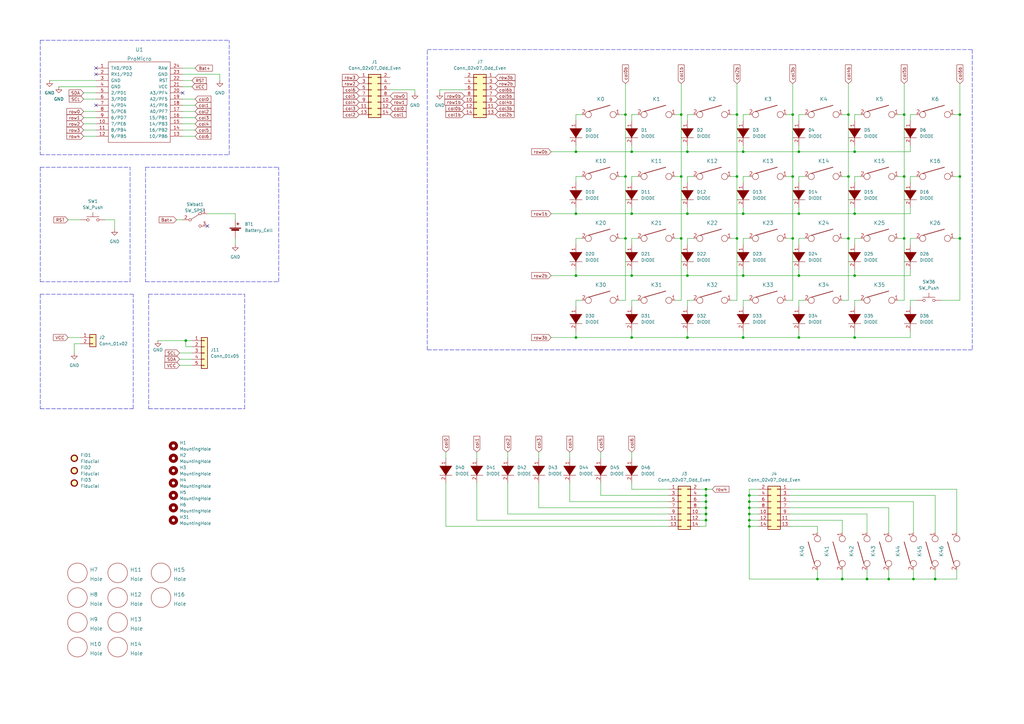
<source format=kicad_sch>
(kicad_sch (version 20211123) (generator eeschema)
  (paper "A3")
  (title_block (title "mykeeb") (rev "see git ;)"))
  (junction (at 307.34 208.28))
  (junction (at 302.26 46.99))
  (junction (at 259.08 87.63))
  (junction (at 325.12 97.79))
  (junction (at 256.54 97.79))
  (junction (at 289.56 213.36))
  (junction (at 76.2 139.7))
  (junction (at 350.52 138.43))
  (junction (at 327.66 138.43))
  (junction (at 281.94 138.43))
  (junction (at 236.22 113.03))
  (junction (at 279.4 97.79))
  (junction (at 307.34 213.36))
  (junction (at 302.26 72.39))
  (junction (at 327.66 62.23))
  (junction (at 350.52 62.23))
  (junction (at 289.56 200.66))
  (junction (at 325.12 46.99))
  (junction (at 370.84 46.99))
  (junction (at 374.65 237.49))
  (junction (at 289.56 208.28))
  (junction (at 279.4 72.39))
  (junction (at 256.54 46.99))
  (junction (at 347.98 46.99))
  (junction (at 304.8 138.43))
  (junction (at 289.56 205.74))
  (junction (at 281.94 87.63))
  (junction (at 325.12 72.39))
  (junction (at 393.7 97.79))
  (junction (at 236.22 138.43))
  (junction (at 281.94 113.03))
  (junction (at 307.34 210.82))
  (junction (at 304.8 62.23))
  (junction (at 347.98 72.39))
  (junction (at 345.44 237.49))
  (junction (at 393.7 46.99))
  (junction (at 304.8 87.63))
  (junction (at 364.49 237.49))
  (junction (at 259.08 113.03))
  (junction (at 259.08 138.43))
  (junction (at 259.08 62.23))
  (junction (at 327.66 87.63))
  (junction (at 335.28 237.49))
  (junction (at 307.34 205.74))
  (junction (at 307.34 203.2))
  (junction (at 370.84 97.79))
  (junction (at 236.22 87.63))
  (junction (at 279.4 46.99))
  (junction (at 307.34 215.9))
  (junction (at 350.52 87.63))
  (junction (at 281.94 62.23))
  (junction (at 304.8 113.03))
  (junction (at 347.98 97.79))
  (junction (at 289.56 203.2))
  (junction (at 355.6 237.49))
  (junction (at 236.22 62.23))
  (junction (at 370.84 72.39))
  (junction (at 256.54 72.39))
  (junction (at 327.66 113.03))
  (junction (at 302.26 97.79))
  (junction (at 350.52 113.03))
  (junction (at 289.56 210.82))
  (junction (at 393.7 72.39))
  (junction (at 383.54 237.49))
  (no_connect (at 39.37 27.94))
  (no_connect (at 39.37 30.48))
  (no_connect (at 85.09 92.71))
  (no_connect (at 39.37 43.18))
  (no_connect (at 74.93 38.1))
  (wire (pts (xy 327.66 72.39) (xy 327.66 74.93)))
  (wire (pts (xy 39.37 50.8) (xy 34.29 50.8)))
  (wire (pts (xy 256.54 72.39) (xy 254 72.39)))
  (wire (pts (xy 90.17 33.02) (xy 90.17 30.48)))
  (wire (pts (xy 281.94 138.43) (xy 304.8 138.43)))
  (wire (pts (xy 375.92 97.79) (xy 373.38 97.79)))
  (wire (pts (xy 261.62 72.39) (xy 259.08 72.39)))
  (wire (pts (xy 370.84 97.79) (xy 370.84 123.19)))
  (wire (pts (xy 24.13 35.56) (xy 39.37 35.56)))
  (wire (pts (xy 304.8 113.03) (xy 304.8 110.49)))
  (wire (pts (xy 170.18 38.1) (xy 170.18 36.83)))
  (wire (pts (xy 287.02 205.74) (xy 289.56 205.74)))
  (wire (pts (xy 302.26 72.39) (xy 302.26 97.79)))
  (wire (pts (xy 353.06 97.79) (xy 350.52 97.79)))
  (wire (pts (xy 284.48 123.19) (xy 281.94 123.19)))
  (wire (pts (xy 350.52 62.23) (xy 373.38 62.23)))
  (wire (pts (xy 373.38 113.03) (xy 373.38 110.49)))
  (wire (pts (xy 281.94 138.43) (xy 281.94 135.89)))
  (wire (pts (xy 327.66 87.63) (xy 350.52 87.63)))
  (wire (pts (xy 307.34 237.49) (xy 335.28 237.49)))
  (wire (pts (xy 274.32 208.28) (xy 220.98 208.28)))
  (wire (pts (xy 236.22 135.89) (xy 236.22 138.43)))
  (wire (pts (xy 259.08 113.03) (xy 281.94 113.03)))
  (wire (pts (xy 393.7 46.99) (xy 391.16 46.99)))
  (wire (pts (xy 327.66 138.43) (xy 350.52 138.43)))
  (polyline (pts (xy 100.33 167.64) (xy 100.33 120.65)))
  (wire (pts (xy 236.22 123.19) (xy 236.22 125.73)))
  (wire (pts (xy 182.88 198.12) (xy 182.88 215.9)))
  (wire (pts (xy 289.56 208.28) (xy 289.56 210.82)))
  (wire (pts (xy 74.93 35.56) (xy 78.74 35.56)))
  (wire (pts (xy 393.7 97.79) (xy 391.16 97.79)))
  (wire (pts (xy 261.62 123.19) (xy 259.08 123.19)))
  (wire (pts (xy 347.98 72.39) (xy 347.98 97.79)))
  (wire (pts (xy 304.8 62.23) (xy 304.8 59.69)))
  (polyline (pts (xy 59.69 115.57) (xy 114.3 115.57)))
  (wire (pts (xy 236.22 59.69) (xy 236.22 62.23)))
  (wire (pts (xy 374.65 205.74) (xy 374.65 218.44)))
  (wire (pts (xy 284.48 97.79) (xy 281.94 97.79)))
  (wire (pts (xy 236.22 113.03) (xy 259.08 113.03)))
  (wire (pts (xy 347.98 46.99) (xy 347.98 72.39)))
  (wire (pts (xy 347.98 72.39) (xy 345.44 72.39)))
  (wire (pts (xy 364.49 208.28) (xy 364.49 218.44)))
  (wire (pts (xy 307.34 123.19) (xy 304.8 123.19)))
  (wire (pts (xy 353.06 72.39) (xy 350.52 72.39)))
  (wire (pts (xy 27.94 90.17) (xy 33.02 90.17)))
  (wire (pts (xy 392.43 200.66) (xy 392.43 218.44)))
  (wire (pts (xy 289.56 215.9) (xy 289.56 213.36)))
  (wire (pts (xy 350.52 87.63) (xy 350.52 85.09)))
  (wire (pts (xy 323.85 200.66) (xy 392.43 200.66)))
  (wire (pts (xy 370.84 46.99) (xy 368.3 46.99)))
  (polyline (pts (xy 398.78 143.51) (xy 175.26 143.51)))
  (wire (pts (xy 302.26 97.79) (xy 299.72 97.79)))
  (polyline (pts (xy 114.3 115.57) (xy 114.3 68.58)))
  (wire (pts (xy 307.34 46.99) (xy 304.8 46.99)))
  (wire (pts (xy 281.94 72.39) (xy 281.94 74.93)))
  (wire (pts (xy 180.34 36.83) (xy 190.5 36.83)))
  (wire (pts (xy 236.22 85.09) (xy 236.22 87.63)))
  (wire (pts (xy 304.8 46.99) (xy 304.8 49.53)))
  (wire (pts (xy 307.34 208.28) (xy 311.15 208.28)))
  (polyline (pts (xy 175.26 20.32) (xy 398.78 20.32)))
  (wire (pts (xy 236.22 87.63) (xy 226.06 87.63)))
  (wire (pts (xy 304.8 113.03) (xy 327.66 113.03)))
  (polyline (pts (xy 16.51 63.5) (xy 93.98 63.5)))
  (wire (pts (xy 236.22 110.49) (xy 236.22 113.03)))
  (wire (pts (xy 289.56 200.66) (xy 292.1 200.66)))
  (wire (pts (xy 74.93 53.34) (xy 80.01 53.34)))
  (wire (pts (xy 323.85 213.36) (xy 345.44 213.36)))
  (wire (pts (xy 355.6 233.68) (xy 355.6 237.49)))
  (wire (pts (xy 259.08 123.19) (xy 259.08 125.73)))
  (wire (pts (xy 76.2 139.7) (xy 78.74 139.7)))
  (wire (pts (xy 347.98 97.79) (xy 345.44 97.79)))
  (wire (pts (xy 259.08 113.03) (xy 259.08 110.49)))
  (wire (pts (xy 256.54 123.19) (xy 254 123.19)))
  (wire (pts (xy 220.98 198.12) (xy 220.98 208.28)))
  (polyline (pts (xy 60.96 167.64) (xy 100.33 167.64)))
  (polyline (pts (xy 93.98 63.5) (xy 93.98 16.51)))
  (wire (pts (xy 236.22 138.43) (xy 226.06 138.43)))
  (wire (pts (xy 307.34 203.2) (xy 311.15 203.2)))
  (wire (pts (xy 375.92 72.39) (xy 373.38 72.39)))
  (wire (pts (xy 304.8 62.23) (xy 327.66 62.23)))
  (wire (pts (xy 323.85 210.82) (xy 355.6 210.82)))
  (wire (pts (xy 289.56 203.2) (xy 289.56 200.66)))
  (wire (pts (xy 236.22 87.63) (xy 259.08 87.63)))
  (polyline (pts (xy 60.96 120.65) (xy 60.96 167.64)))
  (wire (pts (xy 370.84 46.99) (xy 370.84 72.39)))
  (wire (pts (xy 302.26 46.99) (xy 302.26 72.39)))
  (polyline (pts (xy 16.51 167.64) (xy 54.61 167.64)))
  (wire (pts (xy 325.12 46.99) (xy 322.58 46.99)))
  (wire (pts (xy 374.65 237.49) (xy 383.54 237.49)))
  (wire (pts (xy 307.34 72.39) (xy 304.8 72.39)))
  (wire (pts (xy 383.54 233.68) (xy 383.54 237.49)))
  (wire (pts (xy 279.4 72.39) (xy 279.4 97.79)))
  (wire (pts (xy 96.52 87.63) (xy 96.52 90.17)))
  (wire (pts (xy 370.84 34.29) (xy 370.84 46.99)))
  (wire (pts (xy 236.22 113.03) (xy 226.06 113.03)))
  (wire (pts (xy 327.66 97.79) (xy 327.66 100.33)))
  (wire (pts (xy 220.98 187.96) (xy 220.98 185.42)))
  (wire (pts (xy 74.93 33.02) (xy 78.74 33.02)))
  (wire (pts (xy 279.4 97.79) (xy 276.86 97.79)))
  (wire (pts (xy 274.32 215.9) (xy 182.88 215.9)))
  (wire (pts (xy 208.28 198.12) (xy 208.28 210.82)))
  (wire (pts (xy 281.94 62.23) (xy 304.8 62.23)))
  (wire (pts (xy 73.66 149.86) (xy 78.74 149.86)))
  (wire (pts (xy 287.02 213.36) (xy 289.56 213.36)))
  (wire (pts (xy 195.58 198.12) (xy 195.58 213.36)))
  (wire (pts (xy 302.26 97.79) (xy 302.26 123.19)))
  (wire (pts (xy 259.08 198.12) (xy 259.08 200.66)))
  (wire (pts (xy 287.02 210.82) (xy 289.56 210.82)))
  (wire (pts (xy 64.77 139.7) (xy 76.2 139.7)))
  (wire (pts (xy 85.09 87.63) (xy 96.52 87.63)))
  (wire (pts (xy 304.8 123.19) (xy 304.8 125.73)))
  (wire (pts (xy 287.02 200.66) (xy 289.56 200.66)))
  (wire (pts (xy 256.54 97.79) (xy 256.54 123.19)))
  (wire (pts (xy 370.84 72.39) (xy 368.3 72.39)))
  (wire (pts (xy 284.48 46.99) (xy 281.94 46.99)))
  (wire (pts (xy 74.93 27.94) (xy 80.01 27.94)))
  (wire (pts (xy 261.62 46.99) (xy 259.08 46.99)))
  (wire (pts (xy 259.08 200.66) (xy 274.32 200.66)))
  (wire (pts (xy 355.6 210.82) (xy 355.6 218.44)))
  (wire (pts (xy 74.93 45.72) (xy 80.01 45.72)))
  (wire (pts (xy 373.38 87.63) (xy 373.38 85.09)))
  (wire (pts (xy 20.32 33.02) (xy 39.37 33.02)))
  (wire (pts (xy 259.08 138.43) (xy 259.08 135.89)))
  (wire (pts (xy 182.88 187.96) (xy 182.88 185.42)))
  (wire (pts (xy 195.58 213.36) (xy 274.32 213.36)))
  (wire (pts (xy 281.94 87.63) (xy 304.8 87.63)))
  (wire (pts (xy 46.99 90.17) (xy 46.99 93.98)))
  (wire (pts (xy 347.98 34.29) (xy 347.98 46.99)))
  (wire (pts (xy 39.37 45.72) (xy 34.29 45.72)))
  (wire (pts (xy 323.85 205.74) (xy 374.65 205.74)))
  (wire (pts (xy 34.29 38.1) (xy 39.37 38.1)))
  (wire (pts (xy 274.32 210.82) (xy 208.28 210.82)))
  (wire (pts (xy 281.94 113.03) (xy 304.8 113.03)))
  (wire (pts (xy 246.38 198.12) (xy 246.38 203.2)))
  (wire (pts (xy 350.52 46.99) (xy 350.52 49.53)))
  (wire (pts (xy 74.93 55.88) (xy 80.01 55.88)))
  (wire (pts (xy 350.52 123.19) (xy 350.52 125.73)))
  (wire (pts (xy 325.12 72.39) (xy 325.12 97.79)))
  (wire (pts (xy 259.08 46.99) (xy 259.08 49.53)))
  (wire (pts (xy 307.34 203.2) (xy 307.34 205.74)))
  (wire (pts (xy 34.29 40.64) (xy 39.37 40.64)))
  (wire (pts (xy 307.34 97.79) (xy 304.8 97.79)))
  (wire (pts (xy 307.34 213.36) (xy 311.15 213.36)))
  (polyline (pts (xy 16.51 68.58) (xy 53.34 68.58)))
  (wire (pts (xy 302.26 34.29) (xy 302.26 46.99)))
  (wire (pts (xy 330.2 123.19) (xy 327.66 123.19)))
  (wire (pts (xy 259.08 187.96) (xy 259.08 185.42)))
  (wire (pts (xy 256.54 46.99) (xy 254 46.99)))
  (wire (pts (xy 393.7 97.79) (xy 393.7 123.19)))
  (polyline (pts (xy 16.51 16.51) (xy 93.98 16.51)))
  (wire (pts (xy 78.74 142.24) (xy 76.2 142.24)))
  (polyline (pts (xy 59.69 68.58) (xy 114.3 68.58)))
  (polyline (pts (xy 16.51 68.58) (xy 16.51 115.57)))
  (wire (pts (xy 73.66 144.78) (xy 78.74 144.78)))
  (wire (pts (xy 27.94 138.43) (xy 33.02 138.43)))
  (wire (pts (xy 392.43 237.49) (xy 392.43 233.68)))
  (wire (pts (xy 287.02 215.9) (xy 289.56 215.9)))
  (wire (pts (xy 383.54 203.2) (xy 383.54 218.44)))
  (wire (pts (xy 350.52 72.39) (xy 350.52 74.93)))
  (polyline (pts (xy 60.96 120.65) (xy 100.33 120.65)))
  (wire (pts (xy 375.92 46.99) (xy 373.38 46.99)))
  (wire (pts (xy 393.7 46.99) (xy 393.7 72.39)))
  (wire (pts (xy 39.37 53.34) (xy 34.29 53.34)))
  (wire (pts (xy 246.38 187.96) (xy 246.38 185.42)))
  (wire (pts (xy 327.66 113.03) (xy 350.52 113.03)))
  (wire (pts (xy 307.34 200.66) (xy 307.34 203.2)))
  (polyline (pts (xy 53.34 115.57) (xy 53.34 68.58)))
  (wire (pts (xy 373.38 138.43) (xy 373.38 135.89)))
  (wire (pts (xy 30.48 140.97) (xy 33.02 140.97)))
  (wire (pts (xy 350.52 87.63) (xy 373.38 87.63)))
  (wire (pts (xy 353.06 123.19) (xy 350.52 123.19)))
  (wire (pts (xy 238.76 72.39) (xy 236.22 72.39)))
  (wire (pts (xy 327.66 123.19) (xy 327.66 125.73)))
  (wire (pts (xy 323.85 203.2) (xy 383.54 203.2)))
  (wire (pts (xy 375.92 123.19) (xy 373.38 123.19)))
  (wire (pts (xy 72.39 90.17) (xy 74.93 90.17)))
  (wire (pts (xy 281.94 123.19) (xy 281.94 125.73)))
  (wire (pts (xy 327.66 62.23) (xy 327.66 59.69)))
  (wire (pts (xy 256.54 97.79) (xy 254 97.79)))
  (wire (pts (xy 307.34 205.74) (xy 311.15 205.74)))
  (wire (pts (xy 304.8 138.43) (xy 327.66 138.43)))
  (wire (pts (xy 74.93 50.8) (xy 80.01 50.8)))
  (wire (pts (xy 304.8 87.63) (xy 327.66 87.63)))
  (wire (pts (xy 302.26 123.19) (xy 299.72 123.19)))
  (wire (pts (xy 233.68 198.12) (xy 233.68 205.74)))
  (wire (pts (xy 311.15 200.66) (xy 307.34 200.66)))
  (wire (pts (xy 347.98 123.19) (xy 345.44 123.19)))
  (wire (pts (xy 304.8 87.63) (xy 304.8 85.09)))
  (wire (pts (xy 259.08 87.63) (xy 259.08 85.09)))
  (wire (pts (xy 325.12 72.39) (xy 322.58 72.39)))
  (wire (pts (xy 364.49 233.68) (xy 364.49 237.49)))
  (wire (pts (xy 373.38 62.23) (xy 373.38 59.69)))
  (wire (pts (xy 347.98 46.99) (xy 345.44 46.99)))
  (wire (pts (xy 355.6 237.49) (xy 364.49 237.49)))
  (wire (pts (xy 256.54 72.39) (xy 256.54 97.79)))
  (wire (pts (xy 373.38 46.99) (xy 373.38 49.53)))
  (wire (pts (xy 364.49 237.49) (xy 374.65 237.49)))
  (wire (pts (xy 259.08 87.63) (xy 281.94 87.63)))
  (wire (pts (xy 350.52 62.23) (xy 350.52 59.69)))
  (wire (pts (xy 74.93 48.26) (xy 80.01 48.26)))
  (wire (pts (xy 259.08 62.23) (xy 259.08 59.69)))
  (wire (pts (xy 386.08 123.19) (xy 393.7 123.19)))
  (polyline (pts (xy 175.26 143.51) (xy 175.26 20.32)))
  (wire (pts (xy 279.4 34.29) (xy 279.4 46.99)))
  (wire (pts (xy 39.37 55.88) (xy 34.29 55.88)))
  (wire (pts (xy 238.76 123.19) (xy 236.22 123.19)))
  (wire (pts (xy 335.28 233.68) (xy 335.28 237.49)))
  (wire (pts (xy 76.2 142.24) (xy 76.2 139.7)))
  (wire (pts (xy 307.34 205.74) (xy 307.34 208.28)))
  (wire (pts (xy 256.54 46.99) (xy 256.54 72.39)))
  (polyline (pts (xy 16.51 120.65) (xy 54.61 120.65)))
  (wire (pts (xy 353.06 46.99) (xy 350.52 46.99)))
  (wire (pts (xy 323.85 215.9) (xy 335.28 215.9)))
  (wire (pts (xy 236.22 46.99) (xy 236.22 49.53)))
  (wire (pts (xy 236.22 72.39) (xy 236.22 74.93)))
  (wire (pts (xy 180.34 38.1) (xy 180.34 36.83)))
  (wire (pts (xy 281.94 46.99) (xy 281.94 49.53)))
  (wire (pts (xy 284.48 72.39) (xy 281.94 72.39)))
  (wire (pts (xy 345.44 233.68) (xy 345.44 237.49)))
  (wire (pts (xy 261.62 97.79) (xy 259.08 97.79)))
  (polyline (pts (xy 59.69 68.58) (xy 59.69 115.57)))
  (wire (pts (xy 259.08 72.39) (xy 259.08 74.93)))
  (polyline (pts (xy 16.51 16.51) (xy 16.51 63.5)))
  (wire (pts (xy 370.84 97.79) (xy 368.3 97.79)))
  (wire (pts (xy 281.94 87.63) (xy 281.94 85.09)))
  (wire (pts (xy 393.7 72.39) (xy 391.16 72.39)))
  (wire (pts (xy 325.12 97.79) (xy 322.58 97.79)))
  (wire (pts (xy 236.22 62.23) (xy 259.08 62.23)))
  (wire (pts (xy 325.12 97.79) (xy 325.12 123.19)))
  (wire (pts (xy 350.52 113.03) (xy 373.38 113.03)))
  (wire (pts (xy 335.28 215.9) (xy 335.28 218.44)))
  (wire (pts (xy 256.54 34.29) (xy 256.54 46.99)))
  (wire (pts (xy 307.34 215.9) (xy 311.15 215.9)))
  (wire (pts (xy 302.26 46.99) (xy 299.72 46.99)))
  (wire (pts (xy 302.26 72.39) (xy 299.72 72.39)))
  (wire (pts (xy 74.93 43.18) (xy 80.01 43.18)))
  (wire (pts (xy 304.8 97.79) (xy 304.8 100.33)))
  (wire (pts (xy 274.32 205.74) (xy 233.68 205.74)))
  (wire (pts (xy 350.52 138.43) (xy 373.38 138.43)))
  (polyline (pts (xy 54.61 167.64) (xy 54.61 120.65)))
  (wire (pts (xy 327.66 46.99) (xy 327.66 49.53)))
  (wire (pts (xy 373.38 97.79) (xy 373.38 100.33)))
  (wire (pts (xy 393.7 72.39) (xy 393.7 97.79)))
  (wire (pts (xy 236.22 97.79) (xy 236.22 100.33)))
  (wire (pts (xy 279.4 46.99) (xy 279.4 72.39)))
  (wire (pts (xy 279.4 97.79) (xy 279.4 123.19)))
  (wire (pts (xy 289.56 208.28) (xy 289.56 205.74)))
  (wire (pts (xy 383.54 237.49) (xy 392.43 237.49)))
  (wire (pts (xy 323.85 208.28) (xy 364.49 208.28)))
  (wire (pts (xy 259.08 97.79) (xy 259.08 100.33)))
  (wire (pts (xy 307.34 210.82) (xy 307.34 213.36)))
  (wire (pts (xy 307.34 215.9) (xy 307.34 237.49)))
  (wire (pts (xy 289.56 213.36) (xy 289.56 210.82)))
  (wire (pts (xy 327.66 113.03) (xy 327.66 110.49)))
  (wire (pts (xy 327.66 87.63) (xy 327.66 85.09)))
  (wire (pts (xy 195.58 187.96) (xy 195.58 185.42)))
  (wire (pts (xy 281.94 113.03) (xy 281.94 110.49)))
  (wire (pts (xy 373.38 123.19) (xy 373.38 125.73)))
  (wire (pts (xy 327.66 138.43) (xy 327.66 135.89)))
  (wire (pts (xy 236.22 62.23) (xy 226.06 62.23)))
  (polyline (pts (xy 16.51 115.57) (xy 53.34 115.57)))
  (wire (pts (xy 373.38 72.39) (xy 373.38 74.93)))
  (wire (pts (xy 74.93 40.64) (xy 80.01 40.64)))
  (wire (pts (xy 274.32 203.2) (xy 246.38 203.2)))
  (wire (pts (xy 335.28 237.49) (xy 345.44 237.49)))
  (wire (pts (xy 279.4 123.19) (xy 276.86 123.19)))
  (wire (pts (xy 325.12 46.99) (xy 325.12 72.39)))
  (wire (pts (xy 325.12 34.29) (xy 325.12 46.99)))
  (wire (pts (xy 43.18 90.17) (xy 46.99 90.17)))
  (wire (pts (xy 259.08 138.43) (xy 281.94 138.43)))
  (wire (pts (xy 350.52 113.03) (xy 350.52 110.49)))
  (wire (pts (xy 307.34 208.28) (xy 307.34 210.82)))
  (wire (pts (xy 345.44 237.49) (xy 355.6 237.49)))
  (wire (pts (xy 73.66 147.32) (xy 78.74 147.32)))
  (wire (pts (xy 327.66 62.23) (xy 350.52 62.23)))
  (wire (pts (xy 170.18 36.83) (xy 160.02 36.83)))
  (wire (pts (xy 238.76 97.79) (xy 236.22 97.79)))
  (wire (pts (xy 393.7 34.29) (xy 393.7 46.99)))
  (wire (pts (xy 236.22 138.43) (xy 259.08 138.43)))
  (wire (pts (xy 279.4 72.39) (xy 276.86 72.39)))
  (wire (pts (xy 370.84 123.19) (xy 368.3 123.19)))
  (wire (pts (xy 330.2 97.79) (xy 327.66 97.79)))
  (wire (pts (xy 259.08 62.23) (xy 281.94 62.23)))
  (wire (pts (xy 347.98 97.79) (xy 347.98 123.19)))
  (wire (pts (xy 96.52 100.33) (xy 96.52 97.79)))
  (wire (pts (xy 325.12 123.19) (xy 322.58 123.19)))
  (wire (pts (xy 350.52 138.43) (xy 350.52 135.89)))
  (wire (pts (xy 330.2 46.99) (xy 327.66 46.99)))
  (wire (pts (xy 330.2 72.39) (xy 327.66 72.39)))
  (wire (pts (xy 287.02 203.2) (xy 289.56 203.2)))
  (wire (pts (xy 287.02 208.28) (xy 289.56 208.28)))
  (wire (pts (xy 345.44 213.36) (xy 345.44 218.44)))
  (wire (pts (xy 208.28 187.96) (xy 208.28 185.42)))
  (wire (pts (xy 74.93 30.48) (xy 90.17 30.48)))
  (wire (pts (xy 30.48 144.78) (xy 30.48 140.97)))
  (wire (pts (xy 279.4 46.99) (xy 276.86 46.99)))
  (polyline (pts (xy 398.78 20.32) (xy 398.78 143.51)))
  (wire (pts (xy 307.34 210.82) (xy 311.15 210.82)))
  (wire (pts (xy 304.8 138.43) (xy 304.8 135.89)))
  (wire (pts (xy 281.94 97.79) (xy 281.94 100.33)))
  (wire (pts (xy 307.34 213.36) (xy 307.34 215.9)))
  (wire (pts (xy 39.37 48.26) (xy 34.29 48.26)))
  (wire (pts (xy 370.84 72.39) (xy 370.84 97.79)))
  (polyline (pts (xy 16.51 120.65) (xy 16.51 167.64)))
  (wire (pts (xy 374.65 233.68) (xy 374.65 237.49)))
  (wire (pts (xy 304.8 72.39) (xy 304.8 74.93)))
  (wire (pts (xy 281.94 62.23) (xy 281.94 59.69)))
  (wire (pts (xy 289.56 205.74) (xy 289.56 203.2)))
  (wire (pts (xy 238.76 46.99) (xy 236.22 46.99)))
  (wire (pts (xy 350.52 97.79) (xy 350.52 100.33)))
  (wire (pts (xy 233.68 187.96) (xy 233.68 185.42)))
  (global_label "Bat+" (shape input) (at 72.39 90.17 180) (property "Referenzen zwischen Schaltplänen" "${INTERSHEET_REFS}" (effects hide)))
  (global_label "row1b" (shape input) (at 226.06 87.63 180) (property "Referenzen zwischen Schaltplänen" "${INTERSHEET_REFS}" (effects hide)))
  (global_label "col3" (shape input) (at 80.01 48.26 0) (property "Referenzen zwischen Schaltplänen" "${INTERSHEET_REFS}" (effects hide)))
  (global_label "col5b" (shape input) (at 203.2 39.37 0) (property "Referenzen zwischen Schaltplänen" "${INTERSHEET_REFS}" (effects hide)))
  (global_label "row4" (shape input) (at 34.29 55.88 180) (property "Referenzen zwischen Schaltplänen" "${INTERSHEET_REFS}" (effects hide)))
  (global_label "RST" (shape input) (at 78.74 33.02 0) (property "Referenzen zwischen Schaltplänen" "${INTERSHEET_REFS}" (effects hide)))
  (global_label "col6" (shape input) (at 259.08 185.42 90) (property "Referenzen zwischen Schaltplänen" "${INTERSHEET_REFS}" (effects hide)))
  (global_label "row2b" (shape input) (at 203.2 34.29 0) (property "Referenzen zwischen Schaltplänen" "${INTERSHEET_REFS}" (effects hide)))
  (global_label "VCC" (shape input) (at 73.66 149.86 180) (property "Referenzen zwischen Schaltplänen" "${INTERSHEET_REFS}" (effects hide)))
  (global_label "col1" (shape input) (at 80.01 43.18 0) (property "Referenzen zwischen Schaltplänen" "${INTERSHEET_REFS}" (effects hide)))
  (global_label "row1b" (shape input) (at 190.5 41.91 180) (property "Referenzen zwischen Schaltplänen" "${INTERSHEET_REFS}" (effects hide)))
  (global_label "row2" (shape input) (at 34.29 50.8 180) (property "Referenzen zwischen Schaltplänen" "${INTERSHEET_REFS}" (effects hide)))
  (global_label "col5" (shape input) (at 80.01 53.34 0) (property "Referenzen zwischen Schaltplänen" "${INTERSHEET_REFS}" (effects hide)))
  (global_label "col6" (shape input) (at 147.32 36.83 180) (property "Referenzen zwischen Schaltplänen" "${INTERSHEET_REFS}" (effects hide)))
  (global_label "col2" (shape input) (at 208.28 185.42 90) (property "Referenzen zwischen Schaltplänen" "${INTERSHEET_REFS}" (effects hide)))
  (global_label "row4" (shape input) (at 292.1 200.66 0) (property "Referenzen zwischen Schaltplänen" "${INTERSHEET_REFS}" (effects hide)))
  (global_label "row1" (shape input) (at 160.02 41.91 0) (property "Referenzen zwischen Schaltplänen" "${INTERSHEET_REFS}" (effects hide)))
  (global_label "row0b" (shape input) (at 190.5 39.37 180) (property "Referenzen zwischen Schaltplänen" "${INTERSHEET_REFS}" (effects hide)))
  (global_label "col0" (shape input) (at 160.02 44.45 0) (property "Referenzen zwischen Schaltplänen" "${INTERSHEET_REFS}" (effects hide)))
  (global_label "col0b" (shape input) (at 256.54 34.29 90) (property "Referenzen zwischen Schaltplänen" "${INTERSHEET_REFS}" (effects hide)))
  (global_label "col1" (shape input) (at 195.58 185.42 90) (property "Referenzen zwischen Schaltplänen" "${INTERSHEET_REFS}" (effects hide)))
  (global_label "col3b" (shape input) (at 325.12 34.29 90) (property "Referenzen zwischen Schaltplänen" "${INTERSHEET_REFS}" (effects hide)))
  (global_label "col5" (shape input) (at 147.32 39.37 180) (property "Referenzen zwischen Schaltplänen" "${INTERSHEET_REFS}" (effects hide)))
  (global_label "col1b" (shape input) (at 279.4 34.29 90) (property "Referenzen zwischen Schaltplänen" "${INTERSHEET_REFS}" (effects hide)))
  (global_label "col0" (shape input) (at 182.88 185.42 90) (property "Referenzen zwischen Schaltplänen" "${INTERSHEET_REFS}" (effects hide)))
  (global_label "col2b" (shape input) (at 302.26 34.29 90) (property "Referenzen zwischen Schaltplänen" "${INTERSHEET_REFS}" (effects hide)))
  (global_label "row3b" (shape input) (at 203.2 31.75 0) (property "Referenzen zwischen Schaltplänen" "${INTERSHEET_REFS}" (effects hide)))
  (global_label "col1" (shape input) (at 160.02 46.99 0) (property "Referenzen zwischen Schaltplänen" "${INTERSHEET_REFS}" (effects hide)))
  (global_label "SCL" (shape input) (at 73.66 144.78 180) (property "Referenzen zwischen Schaltplänen" "${INTERSHEET_REFS}" (effects hide)))
  (global_label "row3" (shape input) (at 147.32 31.75 180) (property "Referenzen zwischen Schaltplänen" "${INTERSHEET_REFS}" (effects hide)))
  (global_label "col6" (shape input) (at 80.01 55.88 0) (property "Referenzen zwischen Schaltplänen" "${INTERSHEET_REFS}" (effects hide)))
  (global_label "SDA" (shape input) (at 73.66 147.32 180) (property "Referenzen zwischen Schaltplänen" "${INTERSHEET_REFS}" (effects hide)))
  (global_label "col6b" (shape input) (at 393.7 34.29 90) (property "Referenzen zwischen Schaltplänen" "${INTERSHEET_REFS}" (effects hide)))
  (global_label "row3" (shape input) (at 34.29 53.34 180) (property "Referenzen zwischen Schaltplänen" "${INTERSHEET_REFS}" (effects hide)))
  (global_label "row1" (shape input) (at 34.29 48.26 180) (property "Referenzen zwischen Schaltplänen" "${INTERSHEET_REFS}" (effects hide)))
  (global_label "row2" (shape input) (at 147.32 34.29 180) (property "Referenzen zwischen Schaltplänen" "${INTERSHEET_REFS}" (effects hide)))
  (global_label "col0b" (shape input) (at 190.5 44.45 180) (property "Referenzen zwischen Schaltplänen" "${INTERSHEET_REFS}" (effects hide)))
  (global_label "col3" (shape input) (at 147.32 44.45 180) (property "Referenzen zwischen Schaltplänen" "${INTERSHEET_REFS}" (effects hide)))
  (global_label "col4b" (shape input) (at 203.2 41.91 0) (property "Referenzen zwischen Schaltplänen" "${INTERSHEET_REFS}" (effects hide)))
  (global_label "col3" (shape input) (at 220.98 185.42 90) (property "Referenzen zwischen Schaltplänen" "${INTERSHEET_REFS}" (effects hide)))
  (global_label "SCL" (shape input) (at 34.29 40.64 180) (property "Referenzen zwischen Schaltplänen" "${INTERSHEET_REFS}" (effects hide)))
  (global_label "col0" (shape input) (at 80.01 40.64 0) (property "Referenzen zwischen Schaltplänen" "${INTERSHEET_REFS}" (effects hide)))
  (global_label "row0" (shape input) (at 34.29 45.72 180) (property "Referenzen zwischen Schaltplänen" "${INTERSHEET_REFS}" (effects hide)))
  (global_label "VCC" (shape input) (at 27.94 138.43 180) (property "Referenzen zwischen Schaltplänen" "${INTERSHEET_REFS}" (effects hide)))
  (global_label "col2b" (shape input) (at 203.2 46.99 0) (property "Referenzen zwischen Schaltplänen" "${INTERSHEET_REFS}" (effects hide)))
  (global_label "Bat+" (shape input) (at 80.01 27.94 0) (property "Referenzen zwischen Schaltplänen" "${INTERSHEET_REFS}" (effects hide)))
  (global_label "col5b" (shape input) (at 370.84 34.29 90) (property "Referenzen zwischen Schaltplänen" "${INTERSHEET_REFS}" (effects hide)))
  (global_label "RST" (shape input) (at 27.94 90.17 180) (property "Referenzen zwischen Schaltplänen" "${INTERSHEET_REFS}" (effects hide)))
  (global_label "col6b" (shape input) (at 203.2 36.83 0) (property "Referenzen zwischen Schaltplänen" "${INTERSHEET_REFS}" (effects hide)))
  (global_label "col4b" (shape input) (at 347.98 34.29 90) (property "Referenzen zwischen Schaltplänen" "${INTERSHEET_REFS}" (effects hide)))
  (global_label "row2b" (shape input) (at 226.06 113.03 180) (property "Referenzen zwischen Schaltplänen" "${INTERSHEET_REFS}" (effects hide)))
  (global_label "col4" (shape input) (at 233.68 185.42 90) (property "Referenzen zwischen Schaltplänen" "${INTERSHEET_REFS}" (effects hide)))
  (global_label "col4" (shape input) (at 80.01 50.8 0) (property "Referenzen zwischen Schaltplänen" "${INTERSHEET_REFS}" (effects hide)))
  (global_label "SDA" (shape input) (at 34.29 38.1 180) (property "Referenzen zwischen Schaltplänen" "${INTERSHEET_REFS}" (effects hide)))
  (global_label "col4" (shape input) (at 147.32 41.91 180) (property "Referenzen zwischen Schaltplänen" "${INTERSHEET_REFS}" (effects hide)))
  (global_label "VCC" (shape input) (at 78.74 35.56 0) (property "Referenzen zwischen Schaltplänen" "${INTERSHEET_REFS}" (effects hide)))
  (global_label "row0b" (shape input) (at 226.06 62.23 180) (property "Referenzen zwischen Schaltplänen" "${INTERSHEET_REFS}" (effects hide)))
  (global_label "col3b" (shape input) (at 203.2 44.45 0) (property "Referenzen zwischen Schaltplänen" "${INTERSHEET_REFS}" (effects hide)))
  (global_label "row0" (shape input) (at 160.02 39.37 0) (property "Referenzen zwischen Schaltplänen" "${INTERSHEET_REFS}" (effects hide)))
  (global_label "col2" (shape input) (at 80.01 45.72 0) (property "Referenzen zwischen Schaltplänen" "${INTERSHEET_REFS}" (effects hide)))
  (global_label "col1b" (shape input) (at 190.5 46.99 180) (property "Referenzen zwischen Schaltplänen" "${INTERSHEET_REFS}" (effects hide)))
  (global_label "col5" (shape input) (at 246.38 185.42 90) (property "Referenzen zwischen Schaltplänen" "${INTERSHEET_REFS}" (effects hide)))
  (global_label "row3b" (shape input) (at 226.06 138.43 180) (property "Referenzen zwischen Schaltplänen" "${INTERSHEET_REFS}" (effects hide)))
  (global_label "col2" (shape input) (at 147.32 46.99 180) (property "Referenzen zwischen Schaltplänen" "${INTERSHEET_REFS}" (effects hide)))
  (symbol (lib_id "pspice:DIODE") (at 304.8 80.01 270) (unit 1)
    (property "Reference" "D13" (at 308.61 78.7399 90) (effects (justify left)))
    (property "Value" "DIODE" (at 308.61 81.2799 90) (effects (justify left)))
    (property "Footprint" "mykeeb:my_dual_D_SOD123F_v2" (effects hide))
  )
  (symbol (lib_id "pspice:DIODE") (at 259.08 54.61 270) (unit 1)
    (property "Reference" "D1" (at 262.89 53.3399 90) (effects (justify left)))
    (property "Value" "DIODE" (at 262.89 55.8799 90) (effects (justify left)))
    (property "Footprint" "mykeeb:my_dual_D_SOD123F_v2" (effects hide))
  )
  (symbol (lib_id "pspice:DIODE") (at 259.08 193.04 270) (unit 1)
    (property "Reference" "D46" (at 262.89 191.7699 90) (effects (justify left)))
    (property "Value" "DIODE" (at 262.89 194.3099 90) (effects (justify left)))
    (property "Footprint" "mykeeb:my_dual_D_SOD123F_v2b" (effects hide))
  )
  (symbol (lib_id "pspice:DIODE") (at 350.52 130.81 270) (unit 1)
    (property "Reference" "D35" (at 354.33 129.5399 90) (effects (justify left)))
    (property "Value" "DIODE" (at 354.33 132.0799 90) (effects (justify left)))
    (property "Footprint" "mykeeb:my_dual_D_SOD123F_v2" (effects hide))
  )
  (symbol (lib_id "power:GND") (at 20.32 33.02 0) (unit 1)
    (property "Reference" "#PWR0102" (effects hide))
    (property "Value" "GND" (at 20.32 38.1 0))
  )
  (symbol (lib_id "keebio:Hole") (at 48.26 234.95 0) (unit 1)
    (property "Reference" "H11" (at 53.34 233.68 0) (effects (font (size 1.524 1.524)) (justify left)))
    (property "Value" "Hole" (at 53.34 237.49 0) (effects (font (size 1.524 1.524)) (justify left)))
    (property "Footprint" "mykeeb:breakaway" (effects hide))
  )
  (symbol (lib_id "Connector_Generic:Conn_02x07_Odd_Even") (at 198.12 39.37 0) (mirror y) (unit 1)
    (property "Reference" "J7" (at 196.85 25.4 0))
    (property "Value" "Conn_02x07_Odd_Even" (at 196.85 27.94 0))
    (property "Footprint" "Connector_PinHeader_2.54mm:PinHeader_2x07_P2.54mm_Vertical" (effects hide))
  )
  (symbol (lib_id "keyboard_parts:KEYSW") (at 360.68 123.19 0) (unit 1)
    (property "Reference" "K35" (at 360.68 116.84 0) (effects (font (size 1.524 1.524))))
    (property "Value" "KEYSW" (effects hide))
    (property "Footprint" "mykeeb:Kailh_socket_MX_reversible_1u" (effects hide))
  )
  (symbol (lib_id "pspice:DIODE") (at 236.22 54.61 270) (unit 1)
    (property "Reference" "D0" (at 240.03 53.3399 90) (effects (justify left)))
    (property "Value" "DIODE" (at 240.03 55.8799 90) (effects (justify left)))
    (property "Footprint" "mykeeb:my_dual_D_SOD123F_v2" (effects hide))
  )
  (symbol (lib_id "keyboard_parts:KEYSW") (at 360.68 72.39 0) (unit 1)
    (property "Reference" "K15" (at 360.68 66.04 0) (effects (font (size 1.524 1.524))))
    (property "Value" "KEYSW" (effects hide))
    (property "Footprint" "mykeeb:Kailh_socket_MX_reversible_1u" (effects hide))
  )
  (symbol (lib_id "keebio:Hole") (at 66.04 245.11 0) (unit 1)
    (property "Reference" "H16" (at 71.12 243.84 0) (effects (font (size 1.524 1.524)) (justify left)))
    (property "Value" "Hole" (at 71.12 247.65 0) (effects (font (size 1.524 1.524)) (justify left)))
    (property "Footprint" "mykeeb:breakaway" (effects hide))
  )
  (symbol (lib_id "keebio:Hole") (at 48.26 255.27 0) (unit 1)
    (property "Reference" "H13" (at 53.34 254 0) (effects (font (size 1.524 1.524)) (justify left)))
    (property "Value" "Hole" (at 53.34 257.81 0) (effects (font (size 1.524 1.524)) (justify left)))
    (property "Footprint" "mykeeb:breakaway" (effects hide))
  )
  (symbol (lib_id "keyboard_parts:KEYSW") (at 337.82 46.99 0) (unit 1)
    (property "Reference" "K4" (at 337.82 40.64 0) (effects (font (size 1.524 1.524))))
    (property "Value" "KEYSW" (effects hide))
    (property "Footprint" "mykeeb:Kailh_socket_MX_reversible_1u" (effects hide))
  )
  (symbol (lib_id "pspice:DIODE") (at 373.38 105.41 270) (unit 1)
    (property "Reference" "D26" (at 377.19 104.1399 90) (effects (justify left)))
    (property "Value" "DIODE" (at 377.19 106.6799 90) (effects (justify left)))
    (property "Footprint" "mykeeb:my_dual_D_SOD123F_v2" (effects hide))
  )
  (symbol (lib_id "Mechanical:MountingHole") (at 71.12 213.36 0) (unit 1)
    (property "Reference" "H31" (at 73.66 212.0899 0) (effects (justify left)))
    (property "Value" "MountingHole" (at 73.66 214.6299 0) (effects (justify left)))
    (property "Footprint" "MountingHole:MountingHole_3.2mm_M3" (effects hide))
  )
  (symbol (lib_id "keebio:ProMicro") (at 57.15 41.91 0) (unit 1)
    (property "Reference" "U1" (at 57.15 20.32 0) (effects (font (size 1.524 1.524))))
    (property "Value" "ProMicro" (at 57.15 24.13 0) (effects (font (size 1.524 1.524))))
    (property "Footprint" "mykeeb:my_reversible_Pro_Micro" (effects hide))
  )
  (symbol (lib_id "pspice:DIODE") (at 281.94 105.41 270) (unit 1)
    (property "Reference" "D22" (at 285.75 104.1399 90) (effects (justify left)))
    (property "Value" "DIODE" (at 285.75 106.6799 90) (effects (justify left)))
    (property "Footprint" "mykeeb:my_dual_D_SOD123F_v2" (effects hide))
  )
  (symbol (lib_id "pspice:DIODE") (at 182.88 193.04 270) (unit 1)
    (property "Reference" "D40" (at 186.69 191.7699 90) (effects (justify left)))
    (property "Value" "DIODE" (at 186.69 194.3099 90) (effects (justify left)))
    (property "Footprint" "mykeeb:my_dual_D_SOD123F_v2b" (effects hide))
  )
  (symbol (lib_id "Switch:SW_SPDT") (at 80.01 90.17 0) (unit 1)
    (property "Reference" "SWbat1" (at 80.01 83.82 0))
    (property "Value" "SW_SPST" (at 80.01 86.36 0))
    (property "Footprint" "Connector_PinSocket_2.54mm:PinSocket_1x03_P2.54mm_Vertical" (effects hide))
  )
  (symbol (lib_id "keyboard_parts:KEYSW") (at 269.24 72.39 0) (unit 1)
    (property "Reference" "K11" (at 269.24 66.04 0) (effects (font (size 1.524 1.524))))
    (property "Value" "KEYSW" (effects hide))
    (property "Footprint" "mykeeb:Kailh_socket_MX_reversible_1u" (effects hide))
  )
  (symbol (lib_id "keebio:Hole") (at 31.75 255.27 0) (unit 1)
    (property "Reference" "H9" (at 36.83 254 0) (effects (font (size 1.524 1.524)) (justify left)))
    (property "Value" "Hole" (at 36.83 257.81 0) (effects (font (size 1.524 1.524)) (justify left)))
    (property "Footprint" "mykeeb:breakaway" (effects hide))
  )
  (symbol (lib_id "power:GND") (at 24.13 35.56 0) (unit 1)
    (property "Reference" "#PWR0101" (effects hide))
    (property "Value" "GND" (at 24.13 40.64 0))
  )
  (symbol (lib_id "keyboard_parts:KEYSW") (at 314.96 123.19 0) (unit 1)
    (property "Reference" "K33" (at 314.96 116.84 0) (effects (font (size 1.524 1.524))))
    (property "Value" "KEYSW" (effects hide))
    (property "Footprint" "mykeeb:Kailh_socket_MX_reversible_1u" (effects hide))
  )
  (symbol (lib_id "keyboard_parts:KEYSW") (at 246.38 46.99 0) (unit 1)
    (property "Reference" "K0" (at 246.38 40.64 0) (effects (font (size 1.524 1.524))))
    (property "Value" "KEYSW" (effects hide))
    (property "Footprint" "mykeeb:Kailh_socket_MX_reversible_1u" (effects hide))
  )
  (symbol (lib_id "keyboard_parts:KEYSW") (at 292.1 46.99 0) (unit 1)
    (property "Reference" "K2" (at 292.1 40.64 0) (effects (font (size 1.524 1.524))))
    (property "Value" "KEYSW" (effects hide))
    (property "Footprint" "mykeeb:Kailh_socket_MX_reversible_1u" (effects hide))
  )
  (symbol (lib_id "keyboard_parts:KEYSW") (at 314.96 72.39 0) (unit 1)
    (property "Reference" "K13" (at 314.96 66.04 0) (effects (font (size 1.524 1.524))))
    (property "Value" "KEYSW" (effects hide))
    (property "Footprint" "mykeeb:Kailh_socket_MX_reversible_1u" (effects hide))
  )
  (symbol (lib_id "keyboard_parts:KEYSW") (at 337.82 123.19 0) (unit 1)
    (property "Reference" "K34" (at 337.82 116.84 0) (effects (font (size 1.524 1.524))))
    (property "Value" "KEYSW" (effects hide))
    (property "Footprint" "mykeeb:Kailh_socket_MX_reversible_1u" (effects hide))
  )
  (symbol (lib_id "pspice:DIODE") (at 327.66 130.81 270) (unit 1)
    (property "Reference" "D34" (at 331.47 129.5399 90) (effects (justify left)))
    (property "Value" "DIODE" (at 331.47 132.0799 90) (effects (justify left)))
    (property "Footprint" "mykeeb:my_dual_D_SOD123F_v2" (effects hide))
  )
  (symbol (lib_id "Device:Battery_Cell") (at 96.52 95.25 0) (unit 1)
    (property "Reference" "BT1" (at 100.33 91.9479 0) (effects (justify left)))
    (property "Value" "Battery_Cell" (at 100.33 94.4879 0) (effects (justify left)))
    (property "Footprint" "Connector_JST:JST_PH_S2B-PH-K_1x02_P2.00mm_Horizontal" (effects hide))
  )
  (symbol (lib_id "pspice:DIODE") (at 373.38 130.81 270) (unit 1)
    (property "Reference" "D36" (at 377.19 129.5399 90) (effects (justify left)))
    (property "Value" "DIODE" (at 377.19 132.0799 90) (effects (justify left)))
    (property "Footprint" "mykeeb:my_dual_D_SOD123F_v2b" (effects hide))
  )
  (symbol (lib_id "pspice:DIODE") (at 208.28 193.04 270) (unit 1)
    (property "Reference" "D42" (at 212.09 191.7699 90) (effects (justify left)))
    (property "Value" "DIODE" (at 212.09 194.3099 90) (effects (justify left)))
    (property "Footprint" "mykeeb:my_dual_D_SOD123F_v2b" (effects hide))
  )
  (symbol (lib_id "keebio:Hole") (at 66.04 234.95 0) (unit 1)
    (property "Reference" "H15" (at 71.12 233.68 0) (effects (font (size 1.524 1.524)) (justify left)))
    (property "Value" "Hole" (at 71.12 237.49 0) (effects (font (size 1.524 1.524)) (justify left)))
    (property "Footprint" "mykeeb:breakaway" (effects hide))
  )
  (symbol (lib_id "pspice:DIODE") (at 327.66 80.01 270) (unit 1)
    (property "Reference" "D14" (at 331.47 78.7399 90) (effects (justify left)))
    (property "Value" "DIODE" (at 331.47 81.2799 90) (effects (justify left)))
    (property "Footprint" "mykeeb:my_dual_D_SOD123F_v2" (effects hide))
  )
  (symbol (lib_id "keyboard_parts:KEYSW") (at 269.24 46.99 0) (unit 1)
    (property "Reference" "K1" (at 269.24 40.64 0) (effects (font (size 1.524 1.524))))
    (property "Value" "KEYSW" (effects hide))
    (property "Footprint" "mykeeb:Kailh_socket_MX_reversible_1u" (effects hide))
  )
  (symbol (lib_id "keyboard_parts:KEYSW") (at 360.68 97.79 0) (unit 1)
    (property "Reference" "K25" (at 360.68 91.44 0) (effects (font (size 1.524 1.524))))
    (property "Value" "KEYSW" (effects hide))
    (property "Footprint" "mykeeb:Kailh_socket_MX_reversible_1u" (effects hide))
  )
  (symbol (lib_id "power:GND") (at 90.17 33.02 0) (unit 1)
    (property "Reference" "#PWR01" (effects hide))
    (property "Value" "GND" (at 90.17 38.1 0))
  )
  (symbol (lib_id "power:GND") (at 64.77 139.7 0) (unit 1)
    (property "Reference" "#PWR03" (effects hide))
    (property "Value" "GND" (at 64.77 143.51 0))
  )
  (symbol (lib_id "keyboard_parts:KEYSW") (at 383.54 97.79 0) (unit 1)
    (property "Reference" "K26" (at 383.54 91.44 0) (effects (font (size 1.524 1.524))))
    (property "Value" "KEYSW" (effects hide))
    (property "Footprint" "mykeeb:Kailh_socket_MX_reversible_1u" (effects hide))
  )
  (symbol (lib_id "Mechanical:MountingHole") (at 71.12 193.04 0) (unit 1)
    (property "Reference" "H3" (at 73.66 191.7699 0) (effects (justify left)))
    (property "Value" "MountingHole" (at 73.66 194.3099 0) (effects (justify left)))
    (property "Footprint" "MountingHole:MountingHole_3.2mm_M3" (effects hide))
  )
  (symbol (lib_id "pspice:DIODE") (at 304.8 54.61 270) (unit 1)
    (property "Reference" "D3" (at 308.61 53.3399 90) (effects (justify left)))
    (property "Value" "DIODE" (at 308.61 55.8799 90) (effects (justify left)))
    (property "Footprint" "mykeeb:my_dual_D_SOD123F_v2" (effects hide))
  )
  (symbol (lib_id "keyboard_parts:KEYSW") (at 246.38 97.79 0) (unit 1)
    (property "Reference" "K20" (at 246.38 91.44 0) (effects (font (size 1.524 1.524))))
    (property "Value" "KEYSW" (effects hide))
    (property "Footprint" "mykeeb:Kailh_socket_MX_reversible_1u" (effects hide))
  )
  (symbol (lib_id "pspice:DIODE") (at 304.8 105.41 270) (unit 1)
    (property "Reference" "D23" (at 308.61 104.1399 90) (effects (justify left)))
    (property "Value" "DIODE" (at 308.61 106.6799 90) (effects (justify left)))
    (property "Footprint" "mykeeb:my_dual_D_SOD123F_v2" (effects hide))
  )
  (symbol (lib_id "power:GND") (at 180.34 38.1 0) (unit 1)
    (property "Reference" "#PWR0103" (effects hide))
    (property "Value" "GND" (at 180.34 43.18 0))
  )
  (symbol (lib_id "keebio:Hole") (at 31.75 234.95 0) (unit 1)
    (property "Reference" "H7" (at 36.83 233.68 0) (effects (font (size 1.524 1.524)) (justify left)))
    (property "Value" "Hole" (at 36.83 237.49 0) (effects (font (size 1.524 1.524)) (justify left)))
    (property "Footprint" "mykeeb:breakaway" (effects hide))
  )
  (symbol (lib_id "keyboard_parts:KEYSW") (at 392.43 226.06 90) (unit 1)
    (property "Reference" "K46" (at 386.08 226.06 0) (effects (font (size 1.524 1.524))))
    (property "Value" "KEYSW" (effects hide))
    (property "Footprint" "mykeeb:Kailh_socket_MX_reversible_1u" (effects hide))
  )
  (symbol (lib_id "keyboard_parts:KEYSW") (at 335.28 226.06 90) (unit 1)
    (property "Reference" "K40" (at 328.93 226.06 0) (effects (font (size 1.524 1.524))))
    (property "Value" "KEYSW" (effects hide))
    (property "Footprint" "mykeeb:Kailh_socket_MX_reversible_1u" (effects hide))
  )
  (symbol (lib_id "keyboard_parts:KEYSW") (at 383.54 226.06 90) (unit 1)
    (property "Reference" "K45" (at 377.19 226.06 0) (effects (font (size 1.524 1.524))))
    (property "Value" "KEYSW" (effects hide))
    (property "Footprint" "mykeeb:Kailh_socket_MX_reversible_1u" (effects hide))
  )
  (symbol (lib_id "Connector_Generic:Conn_02x07_Odd_Even") (at 152.4 39.37 0) (unit 1)
    (property "Reference" "J1" (at 153.67 25.4 0))
    (property "Value" "Conn_02x07_Odd_Even" (at 153.67 27.94 0))
    (property "Footprint" "Connector_PinHeader_2.54mm:PinHeader_2x07_P2.54mm_Vertical" (effects hide))
  )
  (symbol (lib_id "Mechanical:MountingHole") (at 71.12 203.2 0) (unit 1)
    (property "Reference" "H5" (at 73.66 201.9299 0) (effects (justify left)))
    (property "Value" "MountingHole" (at 73.66 204.4699 0) (effects (justify left)))
    (property "Footprint" "MountingHole:MountingHole_3.2mm_M3" (effects hide))
  )
  (symbol (lib_id "keyboard_parts:KEYSW") (at 292.1 72.39 0) (unit 1)
    (property "Reference" "K12" (at 292.1 66.04 0) (effects (font (size 1.524 1.524))))
    (property "Value" "KEYSW" (effects hide))
    (property "Footprint" "mykeeb:Kailh_socket_MX_reversible_1u" (effects hide))
  )
  (symbol (lib_id "pspice:DIODE") (at 304.8 130.81 270) (unit 1)
    (property "Reference" "D33" (at 308.61 129.5399 90) (effects (justify left)))
    (property "Value" "DIODE" (at 308.61 132.0799 90) (effects (justify left)))
    (property "Footprint" "mykeeb:my_dual_D_SOD123F_v2" (effects hide))
  )
  (symbol (lib_id "Connector_Generic:Conn_01x05") (at 83.82 144.78 0) (unit 1)
    (property "Reference" "J11" (at 86.36 143.5099 0) (effects (justify left)))
    (property "Value" "Conn_01x05" (at 86.36 146.0499 0) (effects (justify left)))
    (property "Footprint" "Connector_PinSocket_2.54mm:PinSocket_1x05_P2.54mm_Vertical" (effects hide))
  )
  (symbol (lib_id "power:GND") (at 170.18 38.1 0) (mirror y) (unit 1)
    (property "Reference" "#PWR0104" (effects hide))
    (property "Value" "GND" (at 170.18 43.18 0))
  )
  (symbol (lib_id "Mechanical:Fiducial") (at 30.48 193.04 0) (unit 1)
    (property "Reference" "FID2" (at 33.02 191.7699 0) (effects (justify left)))
    (property "Value" "Fiducial" (at 33.02 194.3099 0) (effects (justify left)))
    (property "Footprint" "Fiducial:Fiducial_1mm_Mask2mm" (effects hide))
  )
  (symbol (lib_id "pspice:DIODE") (at 220.98 193.04 270) (unit 1)
    (property "Reference" "D43" (at 224.79 191.7699 90) (effects (justify left)))
    (property "Value" "DIODE" (at 224.79 194.3099 90) (effects (justify left)))
    (property "Footprint" "mykeeb:my_dual_D_SOD123F_v2b" (effects hide))
  )
  (symbol (lib_id "pspice:DIODE") (at 373.38 80.01 270) (unit 1)
    (property "Reference" "D16" (at 377.19 78.7399 90) (effects (justify left)))
    (property "Value" "DIODE" (at 377.19 81.2799 90) (effects (justify left)))
    (property "Footprint" "mykeeb:my_dual_D_SOD123F_v2" (effects hide))
  )
  (symbol (lib_id "Mechanical:Fiducial") (at 30.48 187.96 0) (unit 1)
    (property "Reference" "FID1" (at 33.02 186.6899 0) (effects (justify left)))
    (property "Value" "Fiducial" (at 33.02 189.2299 0) (effects (justify left)))
    (property "Footprint" "Fiducial:Fiducial_1mm_Mask2mm" (effects hide))
  )
  (symbol (lib_id "Mechanical:Fiducial") (at 30.48 198.12 0) (unit 1)
    (property "Reference" "FID3" (at 33.02 196.8499 0) (effects (justify left)))
    (property "Value" "Fiducial" (at 33.02 199.3899 0) (effects (justify left)))
    (property "Footprint" "Fiducial:Fiducial_1mm_Mask2mm" (effects hide))
  )
  (symbol (lib_id "pspice:DIODE") (at 259.08 105.41 270) (unit 1)
    (property "Reference" "D21" (at 262.89 104.1399 90) (effects (justify left)))
    (property "Value" "DIODE" (at 262.89 106.6799 90) (effects (justify left)))
    (property "Footprint" "mykeeb:my_dual_D_SOD123F_v2" (effects hide))
  )
  (symbol (lib_id "keyboard_parts:KEYSW") (at 374.65 226.06 90) (unit 1)
    (property "Reference" "K44" (at 368.3 226.06 0) (effects (font (size 1.524 1.524))))
    (property "Value" "KEYSW" (effects hide))
    (property "Footprint" "mykeeb:Kailh_socket_MX_reversible_1u" (effects hide))
  )
  (symbol (lib_id "Mechanical:MountingHole") (at 71.12 182.88 0) (unit 1)
    (property "Reference" "H1" (at 73.66 181.6099 0) (effects (justify left)))
    (property "Value" "MountingHole" (at 73.66 184.1499 0) (effects (justify left)))
    (property "Footprint" "MountingHole:MountingHole_3.2mm_M3" (effects hide))
  )
  (symbol (lib_id "keyboard_parts:KEYSW") (at 314.96 97.79 0) (unit 1)
    (property "Reference" "K23" (at 314.96 91.44 0) (effects (font (size 1.524 1.524))))
    (property "Value" "KEYSW" (effects hide))
    (property "Footprint" "mykeeb:Kailh_socket_MX_reversible_1u" (effects hide))
  )
  (symbol (lib_id "keyboard_parts:KEYSW") (at 292.1 123.19 0) (unit 1)
    (property "Reference" "K32" (at 292.1 116.84 0) (effects (font (size 1.524 1.524))))
    (property "Value" "KEYSW" (effects hide))
    (property "Footprint" "mykeeb:Kailh_socket_MX_reversible_1u" (effects hide))
  )
  (symbol (lib_id "keyboard_parts:KEYSW") (at 269.24 97.79 0) (unit 1)
    (property "Reference" "K21" (at 269.24 91.44 0) (effects (font (size 1.524 1.524))))
    (property "Value" "KEYSW" (effects hide))
    (property "Footprint" "mykeeb:Kailh_socket_MX_reversible_1u" (effects hide))
  )
  (symbol (lib_id "pspice:DIODE") (at 373.38 54.61 270) (unit 1)
    (property "Reference" "D6" (at 377.19 53.3399 90) (effects (justify left)))
    (property "Value" "DIODE" (at 377.19 55.8799 90) (effects (justify left)))
    (property "Footprint" "mykeeb:my_dual_D_SOD123F_v2" (effects hide))
  )
  (symbol (lib_id "keebio:Hole") (at 31.75 265.43 0) (unit 1)
    (property "Reference" "H10" (at 36.83 264.16 0) (effects (font (size 1.524 1.524)) (justify left)))
    (property "Value" "Hole" (at 36.83 267.97 0) (effects (font (size 1.524 1.524)) (justify left)))
    (property "Footprint" "mykeeb:breakaway" (effects hide))
  )
  (symbol (lib_id "pspice:DIODE") (at 195.58 193.04 270) (unit 1)
    (property "Reference" "D41" (at 199.39 191.7699 90) (effects (justify left)))
    (property "Value" "DIODE" (at 199.39 194.3099 90) (effects (justify left)))
    (property "Footprint" "mykeeb:my_dual_D_SOD123F_v2b" (effects hide))
  )
  (symbol (lib_id "keyboard_parts:KEYSW") (at 364.49 226.06 90) (unit 1)
    (property "Reference" "K43" (at 358.14 226.06 0) (effects (font (size 1.524 1.524))))
    (property "Value" "KEYSW" (effects hide))
    (property "Footprint" "mykeeb:Kailh_socket_MX_reversible_1u" (effects hide))
  )
  (symbol (lib_id "pspice:DIODE") (at 236.22 105.41 270) (unit 1)
    (property "Reference" "D20" (at 240.03 104.1399 90) (effects (justify left)))
    (property "Value" "DIODE" (at 240.03 106.6799 90) (effects (justify left)))
    (property "Footprint" "mykeeb:my_dual_D_SOD123F_v2" (effects hide))
  )
  (symbol (lib_id "Mechanical:MountingHole") (at 71.12 187.96 0) (unit 1)
    (property "Reference" "H2" (at 73.66 186.6899 0) (effects (justify left)))
    (property "Value" "MountingHole" (at 73.66 189.2299 0) (effects (justify left)))
    (property "Footprint" "MountingHole:MountingHole_3.2mm_M3" (effects hide))
  )
  (symbol (lib_id "keyboard_parts:KEYSW") (at 246.38 123.19 0) (unit 1)
    (property "Reference" "K30" (at 246.38 116.84 0) (effects (font (size 1.524 1.524))))
    (property "Value" "KEYSW" (effects hide))
    (property "Footprint" "mykeeb:Kailh_socket_MX_reversible_1u" (effects hide))
  )
  (symbol (lib_id "pspice:DIODE") (at 281.94 54.61 270) (unit 1)
    (property "Reference" "D2" (at 285.75 53.3399 90) (effects (justify left)))
    (property "Value" "DIODE" (at 285.75 55.8799 90) (effects (justify left)))
    (property "Footprint" "mykeeb:my_dual_D_SOD123F_v2" (effects hide))
  )
  (symbol (lib_id "pspice:DIODE") (at 327.66 54.61 270) (unit 1)
    (property "Reference" "D4" (at 331.47 53.3399 90) (effects (justify left)))
    (property "Value" "DIODE" (at 331.47 55.8799 90) (effects (justify left)))
    (property "Footprint" "mykeeb:my_dual_D_SOD123F_v2" (effects hide))
  )
  (symbol (lib_id "keebio:Hole") (at 48.26 265.43 0) (unit 1)
    (property "Reference" "H14" (at 53.34 264.16 0) (effects (font (size 1.524 1.524)) (justify left)))
    (property "Value" "Hole" (at 53.34 267.97 0) (effects (font (size 1.524 1.524)) (justify left)))
    (property "Footprint" "mykeeb:breakaway" (effects hide))
  )
  (symbol (lib_id "pspice:DIODE") (at 259.08 80.01 270) (unit 1)
    (property "Reference" "D11" (at 262.89 78.7399 90) (effects (justify left)))
    (property "Value" "DIODE" (at 262.89 81.2799 90) (effects (justify left)))
    (property "Footprint" "mykeeb:my_dual_D_SOD123F_v2" (effects hide))
  )
  (symbol (lib_id "keyboard_parts:KEYSW") (at 337.82 72.39 0) (unit 1)
    (property "Reference" "K14" (at 337.82 66.04 0) (effects (font (size 1.524 1.524))))
    (property "Value" "KEYSW" (effects hide))
    (property "Footprint" "mykeeb:Kailh_socket_MX_reversible_1u" (effects hide))
  )
  (symbol (lib_id "pspice:DIODE") (at 246.38 193.04 270) (unit 1)
    (property "Reference" "D45" (at 250.19 191.7699 90) (effects (justify left)))
    (property "Value" "DIODE" (at 250.19 194.3099 90) (effects (justify left)))
    (property "Footprint" "mykeeb:my_dual_D_SOD123F_v2b" (effects hide))
  )
  (symbol (lib_id "Switch:SW_Push") (at 381 123.19 0) (unit 1)
    (property "Reference" "SW36" (at 381 115.57 0))
    (property "Value" "SW_Push" (at 381 118.11 0))
    (property "Footprint" "Button_Switch_THT:SW_PUSH_6mm" (effects hide))
  )
  (symbol (lib_id "pspice:DIODE") (at 350.52 54.61 270) (unit 1)
    (property "Reference" "D5" (at 354.33 53.3399 90) (effects (justify left)))
    (property "Value" "DIODE" (at 354.33 55.8799 90) (effects (justify left)))
    (property "Footprint" "mykeeb:my_dual_D_SOD123F_v2" (effects hide))
  )
  (symbol (lib_id "pspice:DIODE") (at 350.52 80.01 270) (unit 1)
    (property "Reference" "D15" (at 354.33 78.7399 90) (effects (justify left)))
    (property "Value" "DIODE" (at 354.33 81.2799 90) (effects (justify left)))
    (property "Footprint" "mykeeb:my_dual_D_SOD123F_v2" (effects hide))
  )
  (symbol (lib_id "keyboard_parts:KEYSW") (at 360.68 46.99 0) (unit 1)
    (property "Reference" "K5" (at 360.68 40.64 0) (effects (font (size 1.524 1.524))))
    (property "Value" "KEYSW" (effects hide))
    (property "Footprint" "mykeeb:Kailh_socket_MX_reversible_1u" (effects hide))
  )
  (symbol (lib_id "pspice:DIODE") (at 233.68 193.04 270) (unit 1)
    (property "Reference" "D44" (at 237.49 191.7699 90) (effects (justify left)))
    (property "Value" "DIODE" (at 237.49 194.3099 90) (effects (justify left)))
    (property "Footprint" "mykeeb:my_dual_D_SOD123F_v2b" (effects hide))
  )
  (symbol (lib_id "keyboard_parts:KEYSW") (at 246.38 72.39 0) (unit 1)
    (property "Reference" "K10" (at 246.38 66.04 0) (effects (font (size 1.524 1.524))))
    (property "Value" "KEYSW" (effects hide))
    (property "Footprint" "mykeeb:Kailh_socket_MX_reversible_1u" (effects hide))
  )
  (symbol (lib_id "keebio:Hole") (at 31.75 245.11 0) (unit 1)
    (property "Reference" "H8" (at 36.83 243.84 0) (effects (font (size 1.524 1.524)) (justify left)))
    (property "Value" "Hole" (at 36.83 247.65 0) (effects (font (size 1.524 1.524)) (justify left)))
    (property "Footprint" "mykeeb:breakaway" (effects hide))
  )
  (symbol (lib_id "keyboard_parts:KEYSW") (at 314.96 46.99 0) (unit 1)
    (property "Reference" "K3" (at 314.96 40.64 0) (effects (font (size 1.524 1.524))))
    (property "Value" "KEYSW" (effects hide))
    (property "Footprint" "mykeeb:Kailh_socket_MX_reversible_1u" (effects hide))
  )
  (symbol (lib_id "pspice:DIODE") (at 236.22 80.01 270) (unit 1)
    (property "Reference" "D10" (at 240.03 78.7399 90) (effects (justify left)))
    (property "Value" "DIODE" (at 240.03 81.2799 90) (effects (justify left)))
    (property "Footprint" "mykeeb:my_dual_D_SOD123F_v2" (effects hide))
  )
  (symbol (lib_id "keyboard_parts:KEYSW") (at 337.82 97.79 0) (unit 1)
    (property "Reference" "K24" (at 337.82 91.44 0) (effects (font (size 1.524 1.524))))
    (property "Value" "KEYSW" (effects hide))
    (property "Footprint" "mykeeb:Kailh_socket_MX_reversible_1u" (effects hide))
  )
  (symbol (lib_id "keebio:Hole") (at 48.26 245.11 0) (unit 1)
    (property "Reference" "H12" (at 53.34 243.84 0) (effects (font (size 1.524 1.524)) (justify left)))
    (property "Value" "Hole" (at 53.34 247.65 0) (effects (font (size 1.524 1.524)) (justify left)))
    (property "Footprint" "mykeeb:breakaway" (effects hide))
  )
  (symbol (lib_id "keyboard_parts:KEYSW") (at 383.54 46.99 0) (unit 1)
    (property "Reference" "K6" (at 383.54 40.64 0) (effects (font (size 1.524 1.524))))
    (property "Value" "KEYSW" (effects hide))
    (property "Footprint" "mykeeb:Kailh_socket_MX_reversible_1u" (effects hide))
  )
  (symbol (lib_id "Connector_Generic:Conn_01x02") (at 38.1 138.43 0) (unit 1)
    (property "Reference" "J2" (at 40.64 138.4299 0) (effects (justify left)))
    (property "Value" "Conn_01x02" (at 40.64 140.9699 0) (effects (justify left)))
    (property "Footprint" "Connector_PinHeader_2.54mm:PinHeader_1x02_P2.54mm_Vertical" (effects hide))
  )
  (symbol (lib_id "pspice:DIODE") (at 281.94 130.81 270) (unit 1)
    (property "Reference" "D32" (at 285.75 129.5399 90) (effects (justify left)))
    (property "Value" "DIODE" (at 285.75 132.0799 90) (effects (justify left)))
    (property "Footprint" "mykeeb:my_dual_D_SOD123F_v2" (effects hide))
  )
  (symbol (lib_id "Mechanical:MountingHole") (at 71.12 208.28 0) (unit 1)
    (property "Reference" "H6" (at 73.66 207.0099 0) (effects (justify left)))
    (property "Value" "MountingHole" (at 73.66 209.5499 0) (effects (justify left)))
    (property "Footprint" "MountingHole:MountingHole_3.2mm_M3" (effects hide))
  )
  (symbol (lib_id "keyboard_parts:KEYSW") (at 345.44 226.06 90) (unit 1)
    (property "Reference" "K41" (at 339.09 226.06 0) (effects (font (size 1.524 1.524))))
    (property "Value" "KEYSW" (effects hide))
    (property "Footprint" "mykeeb:Kailh_socket_MX_reversible_1u" (effects hide))
  )
  (symbol (lib_id "power:GND") (at 46.99 93.98 0) (unit 1)
    (property "Reference" "#PWR0106" (effects hide))
    (property "Value" "GND" (at 46.99 99.06 0))
  )
  (symbol (lib_id "Connector_Generic:Conn_02x07_Odd_Even") (at 318.77 208.28 0) (mirror y) (unit 1)
    (property "Reference" "J4" (at 317.5 194.31 0))
    (property "Value" "Conn_02x07_Odd_Even" (at 317.5 196.85 0))
    (property "Footprint" "Connector_PinHeader_2.54mm:PinHeader_2x07_P2.54mm_Vertical" (effects hide))
  )
  (symbol (lib_id "keyboard_parts:KEYSW") (at 292.1 97.79 0) (unit 1)
    (property "Reference" "K22" (at 292.1 91.44 0) (effects (font (size 1.524 1.524))))
    (property "Value" "KEYSW" (effects hide))
    (property "Footprint" "mykeeb:Kailh_socket_MX_reversible_1u" (effects hide))
  )
  (symbol (lib_id "power:GND") (at 96.52 100.33 0) (unit 1)
    (property "Reference" "#PWR0107" (effects hide))
    (property "Value" "GND" (at 96.52 105.41 0))
  )
  (symbol (lib_id "keyboard_parts:KEYSW") (at 269.24 123.19 0) (unit 1)
    (property "Reference" "K31" (at 269.24 116.84 0) (effects (font (size 1.524 1.524))))
    (property "Value" "KEYSW" (effects hide))
    (property "Footprint" "mykeeb:Kailh_socket_MX_reversible_1u" (effects hide))
  )
  (symbol (lib_id "pspice:DIODE") (at 259.08 130.81 270) (unit 1)
    (property "Reference" "D31" (at 262.89 129.5399 90) (effects (justify left)))
    (property "Value" "DIODE" (at 262.89 132.0799 90) (effects (justify left)))
    (property "Footprint" "mykeeb:my_dual_D_SOD123F_v2" (effects hide))
  )
  (symbol (lib_id "pspice:DIODE") (at 236.22 130.81 270) (unit 1)
    (property "Reference" "D30" (at 240.03 129.5399 90) (effects (justify left)))
    (property "Value" "DIODE" (at 240.03 132.0799 90) (effects (justify left)))
    (property "Footprint" "mykeeb:my_dual_D_SOD123F_v2" (effects hide))
  )
  (symbol (lib_id "Switch:SW_Push") (at 38.1 90.17 0) (unit 1)
    (property "Reference" "SW1" (at 38.1 82.55 0))
    (property "Value" "SW_Push" (at 38.1 85.09 0))
    (property "Footprint" "Button_Switch_THT:SW_PUSH_6mm" (effects hide))
  )
  (symbol (lib_id "Connector_Generic:Conn_02x07_Odd_Even") (at 279.4 208.28 0) (unit 1)
    (property "Reference" "J3" (at 280.67 194.31 0))
    (property "Value" "Conn_02x07_Odd_Even" (at 280.67 196.85 0))
    (property "Footprint" "Connector_PinHeader_2.54mm:PinHeader_2x07_P2.54mm_Vertical" (effects hide))
  )
  (symbol (lib_id "keyboard_parts:KEYSW") (at 383.54 72.39 0) (unit 1)
    (property "Reference" "K16" (at 383.54 66.04 0) (effects (font (size 1.524 1.524))))
    (property "Value" "KEYSW" (effects hide))
    (property "Footprint" "mykeeb:Kailh_socket_MX_reversible_1.5u" (effects hide))
  )
  (symbol (lib_id "pspice:DIODE") (at 327.66 105.41 270) (unit 1)
    (property "Reference" "D24" (at 331.47 104.1399 90) (effects (justify left)))
    (property "Value" "DIODE" (at 331.47 106.6799 90) (effects (justify left)))
    (property "Footprint" "mykeeb:my_dual_D_SOD123F_v2" (effects hide))
  )
  (symbol (lib_id "pspice:DIODE") (at 281.94 80.01 270) (unit 1)
    (property "Reference" "D12" (at 285.75 78.7399 90) (effects (justify left)))
    (property "Value" "DIODE" (at 285.75 81.2799 90) (effects (justify left)))
    (property "Footprint" "mykeeb:my_dual_D_SOD123F_v2" (effects hide))
  )
  (symbol (lib_id "power:GND") (at 30.48 144.78 0) (unit 1)
    (property "Reference" "#PWR02" (effects hide))
    (property "Value" "GND" (at 30.48 149.86 0))
  )
  (symbol (lib_id "Mechanical:MountingHole") (at 71.12 198.12 0) (unit 1)
    (property "Reference" "H4" (at 73.66 196.8499 0) (effects (justify left)))
    (property "Value" "MountingHole" (at 73.66 199.3899 0) (effects (justify left)))
    (property "Footprint" "MountingHole:MountingHole_3.2mm_M3" (effects hide))
  )
  (symbol (lib_id "pspice:DIODE") (at 350.52 105.41 270) (unit 1)
    (property "Reference" "D25" (at 354.33 104.1399 90) (effects (justify left)))
    (property "Value" "DIODE" (at 354.33 106.6799 90) (effects (justify left)))
    (property "Footprint" "mykeeb:my_dual_D_SOD123F_v2" (effects hide))
  )
  (symbol (lib_id "keyboard_parts:KEYSW") (at 355.6 226.06 90) (unit 1)
    (property "Reference" "K42" (at 349.25 226.06 0) (effects (font (size 1.524 1.524))))
    (property "Value" "KEYSW" (effects hide))
    (property "Footprint" "mykeeb:Kailh_socket_MX_reversible_1.25u" (effects hide))
  )
)
</source>
